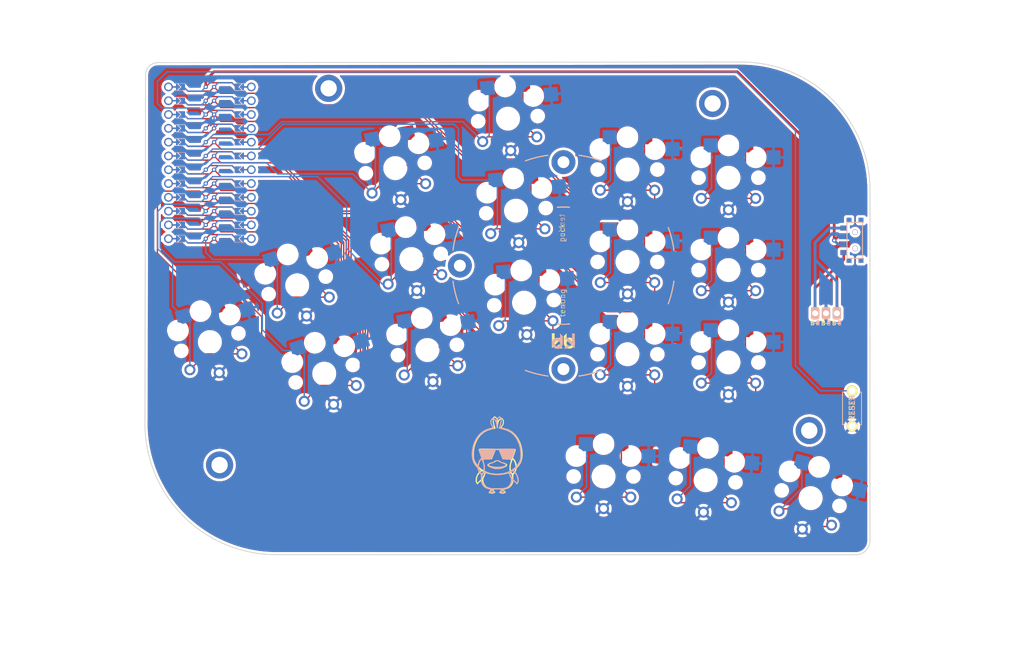
<source format=kicad_pcb>
(kicad_pcb (version 20211014) (generator pcbnew)
  (title_block (title "board") (rev "v1.0.0") (company "Unknown"))
  (layers (0 "F.Cu" signal) (31 "B.Cu" signal) (34 "B.Paste" user) (35 "F.Paste" user) (36 "B.SilkS" user "B.Silkscreen") (37 "F.SilkS" user "F.Silkscreen") (38 "B.Mask" user) (39 "F.Mask" user) (44 "Edge.Cuts" user))
  (net 0 "")
  (net 1 "P6")
  (net 2 "GND")
  (net 3 "P5")
  (net 4 "P4")
  (net 5 "P3")
  (net 6 "P2")
  (net 7 "P0")
  (net 8 "P1")
  (net 9 "P18")
  (net 10 "P15")
  (net 11 "P14")
  (net 12 "P16")
  (net 13 "P10")
  (net 14 "P19")
  (net 15 "P20")
  (net 16 "P21")
  (net 17 "P7")
  (net 18 "P8")
  (net 19 "P9")
  (net 20 "RAW")
  (net 21 "RST")
  (net 22 "VCC")
  (net 23 "Braw")
  (footprint "E73:SPDT_C128955" (layer "F.Cu") (at 157.269 -91.658 -90)
    (fp_text reference "T1" hide)
    (fp_text value "" hide)
  )
  (footprint "lib:bat" (layer "F.Cu") (at 151.924 -78.232)
    (fp_text reference "PAD1" hide)
    (fp_text value "" hide)
  )
  (footprint "kbd:ResetSW" (layer "F.Cu") (at 156.718 -60.706 90)
    (fp_text reference "B1" hide)
    (fp_text value "")
  )
  (footprint "Alaa:key" (layer "F.Cu") (at 72.700438 -104.95283 10)
    (fp_text reference "S11" hide)
    (fp_text value "" hide)
  )
  (footprint "Alaa:key" (layer "F.Cu") (at 94.905133 -97.114167 5)
    (fp_text reference "S15" hide)
    (fp_text value "" hide)
  )
  (footprint "Alaa:key" (layer "F.Cu") (at 115.411087 -87.686017)
    (fp_text reference "S21" hide)
    (fp_text value "" hide)
  )
  (footprint "" (layer "F.Cu") (at 60.452 -119.634)
    (fp_text reference "")
    (fp_text value "")
  )
  (footprint "Alaa:key" (layer "F.Cu") (at 133.985 -103.178)
    (fp_text reference "S29" hide)
    (fp_text value "" hide)
  )
  (footprint "LOGO" (layer "F.Cu") (at 91.44 -50.8)
    (fp_text reference "G***" hide)
    (fp_text value "LOGO" hide)
  )
  (footprint "Alaa:key" (layer "F.Cu") (at 149.098 -44.196 -15)
    (fp_text reference "S33" hide)
    (fp_text value "" hide)
  )
  (footprint "Alaa:key" (layer "F.Cu") (at 78.604476 -71.469366 10)
    (fp_text reference "S7" hide)
    (fp_text value "" hide)
  )
  (footprint "E73:SPDT_C128955" (layer "F.Cu") (at 157.269 -91.658 -90)
    (fp_text reference "T2" hide)
    (fp_text value "" hide)
  )
  (footprint "Alaa:key" (layer "F.Cu") (at 38.599617 -72.921745 17)
    (fp_text reference "S1" hide)
    (fp_text value "" hide)
  )
  (footprint "Alaa:key" (layer "F.Cu") (at 54.663006 -83.366197 17)
    (fp_text reference "S5" hide)
    (fp_text value "" hide)
  )
  (footprint "Alaa:key" (layer "F.Cu") (at 133.985 -86.178)
    (fp_text reference "S27" hide)
    (fp_text value "" hide)
  )
  (footprint "Alaa:key" (layer "F.Cu") (at 75.652457 -88.211098 10)
    (fp_text reference "S9" hide)
    (fp_text value "" hide)
  )
  (footprint "Alaa:key" (layer "F.Cu") (at 96.386781 -80.178857 5)
    (fp_text reference "S13" hide)
    (fp_text value "" hide)
  )
  (footprint "Alaa:key" (layer "F.Cu") (at 93.423486 -114.049477 5)
    (fp_text reference "S17" hide)
    (fp_text value "" hide)
  )
  (footprint "" (layer "F.Cu") (at 40.386 -50.292)
    (fp_text reference "")
    (fp_text value "")
  )
  (footprint "kbd:Tenting_Puck2" (layer "F.Cu") (at 103.632 -86.995)
    (fp_text reference "REF**")
    (fp_text value "Tenting Puck")
  )
  (footprint "" (layer "F.Cu") (at 131.064 -116.84)
    (fp_text reference "")
    (fp_text value "")
  )
  (footprint "Alaa:key" (layer "F.Cu") (at 129.794 -47.498 -4)
    (fp_text reference "S31" hide)
    (fp_text value "" hide)
  )
  (footprint "Alaa:key" (layer "F.Cu") (at 59.633325 -67.109016 17)
    (fp_text reference "S3" hide)
    (fp_text value "" hide)
  )
  (footprint "" (layer "F.Cu") (at 148.844 -56.642)
    (fp_text reference "")
    (fp_text value "")
  )
  (footprint "Alaa:key" (layer "F.Cu") (at 115.411087 -104.686017)
    (fp_text reference "S23" hide)
    (fp_text value "" hide)
  )
  (footprint "Alaa:key" (layer "F.Cu") (at 133.985 -69.178)
    (fp_text reference "S25" hide)
    (fp_text value "" hide)
  )
  (footprint "Alaa:key" (layer "F.Cu") (at 115.411087 -70.686017)
    (fp_text reference "S19" hide)
    (fp_text value "" hide)
  )
  (footprint "Alaa:key" (layer "F.Cu") (at 111.010319 -48.188382)
    (fp_text reference "S31" hide)
    (fp_text value "" hide)
  )
  (footprint "LOGO" (layer "B.Cu") (at 91.44 -50.8 180)
    (fp_text reference "G***" hide)
    (fp_text value "LOGO" hide)
  )
  (footprint "ProMicro" (layer "B.Cu") (at 38.608 -105.918 -90)
    (fp_text reference "")
    (fp_text value "")
  )
  (gr_line (start 136.378 -124.477905) (end 29.048446 -124.367554) (layer "Edge.Cuts") (width 0.15))
  (gr_line (start 26.67 -58.928) (end 26.762446 -122.081554) (layer "Edge.Cuts") (width 0.15))
  (gr_arc (start 136.378 -124.477905) (mid 153.005122 -117.643705) (end 160.02 -101.092) (layer "Edge.Cuts") (width 0.15))
  (gr_arc (start 50.292 -33.794081) (mid 33.209738 -41.406869) (end 26.67 -58.928) (layer "Edge.Cuts") (width 0.15))
  (gr_arc (start 160.00102 -36.322) (mid 159.230194 -34.525146) (end 157.426728 -33.769919) (layer "Edge.Cuts") (width 0.15))
  (gr_line (start 160.00102 -36.322) (end 160.02 -101.092) (layer "Edge.Cuts") (width 0.15))
  (gr_line (start 157.426728 -33.769919) (end 50.292 -33.794081) (layer "Edge.Cuts") (width 0.15))
  (gr_arc (start 26.762446 -122.081554) (mid 27.432 -123.698) (end 29.048446 -124.367554) (layer "Edge.Cuts") (width 0.15))
  (segment (start 118.536566 -76.486496) (end 118.536566 -68.760538) (width 0.25) (layer "F.Cu") (net 1))
  (segment (start 67.64256 -67.868594) (end 73.906114 -61.60504) (width 0.25) (layer "F.Cu") (net 1))
  (segment (start 63.672973 -83.522181) (end 64.008 -83.187154) (width 0.25) (layer "F.Cu") (net 1))
  (segment (start 64.008 -83.187151) (end 67.64256 -79.552591) (width 0.25) (layer "F.Cu") (net 1))
  (segment (start 119.77104 -61.60504) (end 120.411087 -62.245087) (width 0.25) (layer "F.Cu") (net 1))
  (segment (start 40.494511 -98.443489) (end 56.747639 -98.443489) (width 0.25) (layer "F.Cu") (net 1))
  (segment (start 120.411087 -62.245087) (end 120.411087 -66.886017) (width 0.25) (layer "F.Cu") (net 1))
  (segment (start 73.906114 -61.60504) (end 119.77104 -61.60504) (width 0.25) (layer "F.Cu") (net 1))
  (segment (start 118.536566 -68.760538) (end 120.411087 -66.886017) (width 0.25) (layer "F.Cu") (net 1))
  (segment (start 118.686087 -76.636017) (end 118.536566 -76.486496) (width 0.25) (layer "F.Cu") (net 1))
  (segment (start 39.37 -99.568) (end 40.494511 -98.443489) (width 0.25) (layer "F.Cu") (net 1))
  (segment (start 64.008 -83.187154) (end 64.008 -83.187151) (width 0.25) (layer "F.Cu") (net 1))
  (segment (start 56.747639 -98.443489) (end 63.672973 -91.518155) (width 0.25) (layer "F.Cu") (net 1))
  (segment (start 67.64256 -79.552591) (end 67.64256 -67.868594) (width 0.25) (layer "F.Cu") (net 1))
  (segment (start 63.672973 -91.518155) (end 63.672973 -83.522181) (width 0.25) (layer "F.Cu") (net 1))
  (segment (start 120.411087 -66.886017) (end 110.411087 -66.886017) (width 0.25) (layer "F.Cu") (net 1))
  (segment (start 112.285608 -77.029475) (end 112.285608 -68.760538) (width 0.25) (layer "B.Cu") (net 1))
  (segment (start 112.285608 -68.760538) (end 110.411087 -66.886017) (width 0.25) (layer "B.Cu") (net 1))
  (segment (start 63.899973 -112.884027) (end 63.899973 -107.20892) (width 0.25) (layer "F.Cu") (net 2))
  (segment (start 39.37 -114.808) (end 40.64 -113.538) (width 0.25) (layer "F.Cu") (net 2))
  (segment (start 50.499075 -113.538) (end 52.531075 -115.57) (width 0.25) (layer "F.Cu") (net 2))
  (segment (start 52.531075 -115.57) (end 61.214 -115.57) (width 0.25) (layer "F.Cu") (net 2))
  (segment (start 61.214 -115.57) (end 63.899973 -112.884027) (width 0.25) (layer "F.Cu") (net 2))
  (segment (start 40.64 -113.538) (end 50.499075 -113.538) (width 0.25) (layer "F.Cu") (net 2))
  (segment (start 37.846 -116.332) (end 39.37 -114.808) (width 0.25) (layer "B.Cu") (net 2))
  (segment (start 37.846 -117.348) (end 37.846 -116.332) (width 0.25) (layer "B.Cu") (net 2))
  (segment (start 39.37 -114.808) (end 39.37 -112.268) (width 0.25) (layer "B.Cu") (net 2))
  (segment (start 85.852 -76.834282) (end 85.852 -70.258959) (width 0.25) (layer "F.Cu") (net 3))
  (segment (start 85.852 -70.258959) (end 84.188378 -68.595337) (width 0.25) (layer "F.Cu") (net 3))
  (segment (start 64.122493 -91.704353) (end 64.122493 -83.708379) (width 0.25) (layer "F.Cu") (net 3))
  (segment (start 80.796515 -71.9872) (end 84.188378 -68.595337) (width 0.25) (layer "F.Cu") (net 3))
  (segment (start 40.64 -100.838) (end 54.988846 -100.838) (width 0.25) (layer "F.Cu") (net 3))
  (segment (start 84.188378 -68.595337) (end 76.076781 -68.595337) (width 0.25) (layer "F.Cu") (net 3))
  (segment (start 80.796515 -77.89767) (end 80.796515 -71.9872) (width 0.25) (layer "F.Cu") (net 3))
  (segment (start 76.076781 -68.595337) (end 74.3403 -66.858856) (width 0.25) (layer "F.Cu") (net 3))
  (segment (start 82.617802 -80.06848) (end 85.852 -76.834282) (width 0.25) (layer "F.Cu") (net 3))
  (segment (start 54.988846 -100.838) (end 64.122493 -91.704353) (width 0.25) (layer "F.Cu") (net 3))
  (segment (start 64.122493 -83.708379) (end 67.762393 -80.06848) (width 0.25) (layer "F.Cu") (net 3))
  (segment (start 67.762393 -80.06848) (end 82.617802 -80.06848) (width 0.25) (layer "F.Cu") (net 3))
  (segment (start 39.37 -102.108) (end 40.64 -100.838) (width 0.25) (layer "F.Cu") (net 3))
  (segment (start 74.346024 -76.760274) (end 74.903778 -76.20252) (width 0.25) (layer "B.Cu") (net 3))
  (segment (start 74.903778 -76.20252) (end 74.903778 -67.422334) (width 0.25) (layer "B.Cu") (net 3))
  (segment (start 92.608557 -76.829096) (end 91.736999 -75.957538) (width 0.25) (layer "F.Cu") (net 4))
  (segment (start 100.584 -72.39) (end 101.698946 -73.504946) (width 0.25) (layer "F.Cu") (net 4))
  (segment (start 101.698946 -76.829096) (end 99.130742 -79.3973) (width 0.25) (layer "F.Cu") (net 4))
  (segment (start 99.130742 -79.3973) (end 99.130742 -86.391651) (width 0.25) (layer "F.Cu") (net 4))
  (segment (start 101.698946 -73.504946) (end 101.698946 -76.829096) (width 0.25) (layer "F.Cu") (net 4))
  (segment (start 67.94859 -80.518) (end 82.804 -80.518) (width 0.25) (layer "F.Cu") (net 4))
  (segment (start 39.37 -104.648) (end 40.64 -103.378) (width 0.25) (layer "F.Cu") (net 4))
  (segment (start 40.64 -103.378) (end 53.084564 -103.378) (width 0.25) (layer "F.Cu") (net 4))
  (segment (start 53.084564 -103.378) (end 64.572013 -91.890551) (width 0.25) (layer "F.Cu") (net 4))
  (segment (start 101.698946 -76.829096) (end 92.608557 -76.829096) (width 0.25) (layer "F.Cu") (net 4))
  (segment (start 64.572013 -83.894577) (end 67.94859 -80.518) (width 0.25) (layer "F.Cu") (net 4))
  (segment (start 64.572013 -91.890551) (end 64.572013 -83.894577) (width 0.25) (layer "F.Cu") (net 4))
  (segment (start 90.932 -72.39) (end 100.584 -72.39) (width 0.25) (layer "F.Cu") (net 4))
  (segment (start 82.804 -80.518) (end 90.932 -72.39) (width 0.25) (layer "F.Cu") (net 4))
  (segment (start 92.605667 -85.82078) (end 92.953494 -85.472953) (width 0.25) (layer "B.Cu") (net 4))
  (segment (start 92.953494 -77.174033) (end 91.736999 -75.957538) (width 0.25) (layer "B.Cu") (net 4))
  (segment (start 92.953494 -85.472953) (end 92.953494 -77.174033) (width 0.25) (layer "B.Cu") (net 4))
  (segment (start 40.64 -105.918) (end 51.180282 -105.918) (width 0.25) (layer "F.Cu") (net 5))
  (segment (start 135.117538 -78.510538) (end 138.985 -82.378) (width 0.25) (layer "F.Cu") (net 5))
  (segment (start 137.110479 -84.252521) (end 137.110479 -91.978479) (width 0.25) (layer "F.Cu") (net 5))
  (segment (start 39.37 -107.188) (end 40.64 -105.918) (width 0.25) (layer "F.Cu") (net 5))
  (segment (start 51.180282 -105.918) (end 60.519802 -96.57848) (width 0.25) (layer "F.Cu") (net 5))
  (segment (start 138.985 -82.378) (end 137.110479 -84.252521) (width 0.25) (layer "F.Cu") (net 5))
  (segment (start 137.110479 -91.978479) (end 137.26 -92.128) (width 0.25) (layer "F.Cu") (net 5))
  (segment (start 101.6 -88.646) (end 111.735462 -78.510538) (width 0.25) (layer "F.Cu") (net 5))
  (segment (start 60.519802 -96.57848) (end 81.72952 -96.57848) (width 0.25) (layer "F.Cu") (net 5))
  (segment (start 81.72952 -96.57848) (end 89.662 -88.646) (width 0.25) (layer "F.Cu") (net 5))
  (segment (start 111.735462 -78.510538) (end 135.117538 -78.510538) (width 0.25) (layer "F.Cu") (net 5))
  (segment (start 128.985 -82.378) (end 138.985 -82.378) (width 0.25) (layer "F.Cu") (net 5))
  (segment (start 89.662 -88.646) (end 101.6 -88.646) (width 0.25) (layer "F.Cu") (net 5))
  (segment (start 130.71 -92.128) (end 130.859521 -91.978479) (width 0.25) (layer "B.Cu") (net 5))
  (segment (start 130.859521 -91.978479) (end 130.859521 -84.252521) (width 0.25) (layer "B.Cu") (net 5))
  (segment (start 130.859521 -84.252521) (end 128.985 -82.378) (width 0.25) (layer "B.Cu") (net 5))
  (segment (start 118.536566 -85.760538) (end 120.411087 -83.886017) (width 0.25) (layer "F.Cu") (net 6))
  (segment (start 110.411087 -83.886017) (end 120.411087 -83.886017) (width 0.25) (layer "F.Cu") (net 6))
  (segment (start 118.536566 -93.486496) (end 118.536566 -85.760538) (width 0.25) (layer "F.Cu") (net 6))
  (segment (start 49.276 -108.458) (end 60.706 -97.028) (width 0.25) (layer "F.Cu") (net 6))
  (segment (start 89.848198 -89.09552) (end 101.786198 -89.09552) (width 0.25) (layer "F.Cu") (net 6))
  (segment (start 120.411087 -80.787087) (end 120.411087 -83.886017) (width 0.25) (layer "F.Cu") (net 6))
  (segment (start 118.686087 -93.636017) (end 118.536566 -93.486496) (width 0.25) (layer "F.Cu") (net 6))
  (segment (start 40.64 -108.458) (end 49.276 -108.458) (width 0.25) (layer "F.Cu") (net 6))
  (segment (start 118.584058 -78.960058) (end 120.411087 -80.787087) (width 0.25) (layer "F.Cu") (net 6))
  (segment (start 101.786198 -89.09552) (end 111.92166 -78.960058) (width 0.25) (layer "F.Cu") (net 6))
  (segment (start 39.37 -109.728) (end 40.64 -108.458) (width 0.25) (layer "F.Cu") (net 6))
  (segment (start 111.92166 -78.960058) (end 118.584058 -78.960058) (width 0.25) (layer "F.Cu") (net 6))
  (segment (start 60.706 -97.028) (end 81.915718 -97.028) (width 0.25) (layer "F.Cu") (net 6))
  (segment (start 81.915718 -97.028) (end 89.848198 -89.09552) (width 0.25) (layer "F.Cu") (net 6))
  (segment (start 112.285608 -94.029475) (end 112.285608 -85.760538) (width 0.25) (layer "B.Cu") (net 6))
  (segment (start 112.285608 -85.760538) (end 110.411087 -83.886017) (width 0.25) (layer "B.Cu") (net 6))
  (segment (start 137.110479 -101.252521) (end 137.110479 -108.978479) (width 0.25) (layer "F.Cu") (net 7))
  (segment (start 39.37 -117.348) (end 40.64 -116.078) (width 0.25) (layer "F.Cu") (net 7))
  (segment (start 98.806 -106.172) (end 109.374877 -95.603123) (width 0.25) (layer "F.Cu") (net 7))
  (segment (start 128.985 -99.378) (end 138.985 -99.378) (width 0.25) (layer "F.Cu") (net 7))
  (segment (start 137.110479 -108.978479) (end 137.26 -109.128) (width 0.25) (layer "F.Cu") (net 7))
  (segment (start 138.985 -99.378) (end 137.110479 -101.252521) (width 0.25) (layer "F.Cu") (net 7))
  (segment (start 86.106 -106.172) (end 98.806 -106.172) (width 0.25) (layer "F.Cu") (net 7))
  (segment (start 109.374877 -95.603123) (end 135.210123 -95.603123) (width 0.25) (layer "F.Cu") (net 7))
  (segment (start 40.64 -116.078) (end 76.2 -116.078) (width 0.25) (layer "F.Cu") (net 7))
  (segment (start 76.2 -116.078) (end 86.106 -106.172) (width 0.25) (layer "F.Cu") (net 7))
  (segment (start 135.210123 -95.603123) (end 138.985 -99.378) (width 0.25) (layer "F.Cu") (net 7))
  (segment (start 130.859521 -101.252521) (end 128.985 -99.378) (width 0.25) (layer "B.Cu") (net 7))
  (segment (start 130.71 -109.128) (end 130.859521 -108.978479) (width 0.25) (layer "B.Cu") (net 7))
  (segment (start 130.859521 -108.978479) (end 130.859521 -101.252521) (width 0.25) (layer "B.Cu") (net 7))
  (segment (start 109.561075 -96.052643) (end 118.404643 -96.052643) (width 0.25) (layer "F.Cu") (net 8))
  (segment (start 118.536566 -110.486496) (end 118.536566 -102.760538) (width 0.25) (layer "F.Cu") (net 8))
  (segment (start 39.37 -119.888) (end 40.538189 -118.719811) (width 0.25) (layer "F.Cu") (net 8))
  (segment (start 98.992198 -106.62152) (end 109.561075 -96.052643) (width 0.25) (layer "F.Cu") (net 8))
  (segment (start 120.411087 -98.059087) (end 120.411087 -100.886017) (width 0.25) (layer "F.Cu") (net 8))
  (segment (start 120.411087 -100.886017) (end 110.411087 -100.886017) (width 0.25) (layer "F.Cu") (net 8))
  (segment (start 40.538189 -118.719811) (end 50.190189 -118.719811) (width 0.25) (layer "F.Cu") (net 8))
  (segment (start 118.686087 -110.636017) (end 118.536566 -110.486496) (width 0.25) (layer "F.Cu") (net 8))
  (segment (start 52.324 -116.586) (end 76.327718 -116.586) (width 0.25) (layer "F.Cu") (net 8))
  (segment (start 50.190189 -118.719811) (end 52.324 -116.586) (width 0.25) (layer "F.Cu") (net 8))
  (segment (start 86.292198 -106.62152) (end 98.992198 -106.62152) (width 0.25) (layer "F.Cu") (net 8))
  (segment (start 76.327718 -116.586) (end 86.292198 -106.62152) (width 0.25) (layer "F.Cu") (net 8))
  (segment (start 118.404643 -96.052643) (end 120.411087 -98.059087) (width 0.25) (layer "F.Cu") (net 8))
  (segment (start 118.536566 -102.760538) (end 120.411087 -100.886017) (width 0.25) (layer "F.Cu") (net 8))
  (segment (start 112.285608 -102.760538) (end 110.411087 -100.886017) (width 0.25) (layer "B.Cu") (net 8))
  (segment (start 112.285608 -111.029475) (end 112.285608 -102.760538) (width 0.25) (layer "B.Cu") (net 8))
  (segment (start 77.844496 -88.728932) (end 81.236359 -85.337069) (width 0.25) (layer "F.Cu") (net 9))
  (segment (start 77.844496 -94.639402) (end 77.844496 -88.728932) (width 0.25) (layer "F.Cu") (net 9))
  (segment (start 81.236359 -85.337069) (end 73.124762 -85.337069) (width 0.25) (layer "F.Cu") (net 9))
  (segment (start 73.124762 -85.337069) (end 71.388281 -83.600588) (width 0.25) (layer "F.Cu") (net 9))
  (segment (start 71.951759 -84.164066) (end 71.388281 -83.600588) (width 0.25) (layer "B.Cu") (net 9))
  (segment (start 39.126568 -103.388568) (end 58.409432 -103.388568) (width 0.25) (layer "B.Cu") (net 9))
  (segment (start 71.951759 -92.944252) (end 71.951759 -84.164066) (width 0.25) (layer "B.Cu") (net 9))
  (segment (start 37.846 -102.108) (end 39.126568 -103.388568) (width 0.25) (layer "B.Cu") (net 9))
  (segment (start 70.323412 -83.600588) (end 71.388281 -83.600588) (width 0.25) (layer "B.Cu") (net 9))
  (segment (start 63.754 -90.17) (end 70.323412 -83.600588) (width 0.25) (layer "B.Cu") (net 9))
  (segment (start 58.409432 -103.388568) (end 63.754 -98.044) (width 0.25) (layer "B.Cu") (net 9))
  (segment (start 71.394005 -93.502006) (end 71.951759 -92.944252) (width 0.25) (layer "B.Cu") (net 9))
  (segment (start 63.754 -98.044) (end 63.754 -90.17) (width 0.25) (layer "B.Cu") (net 9))
  (segment (start 41.529 -84.201) (end 48.133 -77.597) (width 0.25) (layer "F.Cu") (net 10))
  (segment (start 114.285318 -54.138381) (end 114.285318 -46.113383) (width 0.25) (layer "F.Cu") (net 10))
  (segment (start 34.036 -84.201) (end 41.529 -84.201) (width 0.25) (layer "F.Cu") (net 10))
  (segment (start 37.846 -99.568) (end 36.703 -100.711) (width 0.25) (layer "F.Cu") (net 10))
  (segment (start 113.284 -59.69) (end 114.285318 -58.688682) (width 0.25) (layer "F.Cu") (net 10))
  (segment (start 29.845 -100.711) (end 28.956 -99.822) (width 0.25) (layer "F.Cu") (net 10))
  (segment (start 28.956 -89.281) (end 34.036 -84.201) (width 0.25) (layer "F.Cu") (net 10))
  (segment (start 48.133 -61.341) (end 49.784 -59.69) (width 0.25) (layer "F.Cu") (net 10))
  (segment (start 48.133 -77.597) (end 48.133 -61.341) (width 0.25) (layer "F.Cu") (net 10))
  (segment (start 36.703 -100.711) (end 29.845 -100.711) (width 0.25) (layer "F.Cu") (net 10))
  (segment (start 114.285318 -46.113383) (end 116.010319 -44.388382) (width 0.25) (layer "F.Cu") (net 10))
  (segment (start 28.956 -99.822) (end 28.956 -89.281) (width 0.25) (layer "F.Cu") (net 10))
  (segment (start 114.285318 -58.688682) (end 114.285318 -54.138381) (width 0.25) (layer "F.Cu") (net 10))
  (segment (start 116.010319 -44.388382) (end 106.010319 -44.388382) (width 0.25) (layer "F.Cu") (net 10))
  (segment (start 49.784 -59.69) (end 113.284 -59.69) (width 0.25) (layer "F.Cu") (net 10))
  (segment (start 107.88484 -53.98886) (end 107.88484 -46.262903) (width 0.25) (layer "B.Cu") (net 10))
  (segment (start 107.735318 -54.138382) (end 107.88484 -53.98886) (width 0.25) (layer "B.Cu") (net 10))
  (segment (start 107.88484 -46.262903) (end 106.010319 -44.388382) (width 0.25) (layer "B.Cu") (net 10))
  (segment (start 37.852823 -70.749645) (end 34.929106 -67.825928) (width 0.25) (layer "F.Cu") (net 11))
  (segment (start 44.492153 -70.749645) (end 37.852823 -70.749645) (width 0.25) (layer "F.Cu") (net 11))
  (segment (start 39.991903 -79.569276) (end 39.991903 -75.249895) (width 0.25) (layer "F.Cu") (net 11))
  (segment (start 39.991903 -75.249895) (end 44.492153 -70.749645) (width 0.25) (layer "F.Cu") (net 11))
  (segment (start 31.75 -79.47019) (end 31.75 -87.374564) (width 0.25) (layer "B.Cu") (net 11))
  (segment (start 36.576 -98.298) (end 37.846 -97.028) (width 0.25) (layer "B.Cu") (net 11))
  (segment (start 29.01448 -96.977969) (end 30.334511 -98.298) (width 0.25) (layer "B.Cu") (net 11))
  (segment (start 34.929106 -76.453241) (end 33.728106 -77.654241) (width 0.25) (layer "B.Cu") (net 11))
  (segment (start 34.929106 -67.825928) (end 34.929106 -76.453241) (width 0.25) (layer "B.Cu") (net 11))
  (segment (start 31.75 -87.374564) (end 29.01448 -90.110084) (width 0.25) (layer "B.Cu") (net 11))
  (segment (start 33.199433 -78.020757) (end 31.75 -79.47019) (width 0.25) (layer "B.Cu") (net 11))
  (segment (start 30.334511 -98.298) (end 36.576 -98.298) (width 0.25) (layer "B.Cu") (net 11))
  (segment (start 29.01448 -90.110084) (end 29.01448 -96.977969) (width 0.25) (layer "B.Cu") (net 11))
  (segment (start 61.025611 -69.437166) (end 65.525861 -64.936916) (width 0.25) (layer "F.Cu") (net 12))
  (segment (start 65.525861 -64.936916) (end 58.886531 -64.936916) (width 0.25) (layer "F.Cu") (net 12))
  (segment (start 58.886531 -64.936916) (end 55.962814 -62.013199) (width 0.25) (layer "F.Cu") (net 12))
  (segment (start 61.025611 -73.756547) (end 61.025611 -69.437166) (width 0.25) (layer "F.Cu") (net 12))
  (segment (start 40.590374 -87.679626) (end 32.080656 -87.679626) (width 0.25) (layer "B.Cu") (net 12))
  (segment (start 36.576 -95.758) (end 37.846 -94.488) (width 0.25) (layer "B.Cu") (net 12))
  (segment (start 54.233141 -71.358455) (end 52.085545 -71.358455) (width 0.25) (layer "B.Cu") (net 12))
  (segment (start 30.226 -95.758) (end 36.576 -95.758) (width 0.25) (layer "B.Cu") (net 12))
  (segment (start 55.962814 -62.013199) (end 55.962814 -70.640512) (width 0.25) (layer "B.Cu") (net 12))
  (segment (start 29.464 -94.996) (end 30.226 -95.758) (width 0.25) (layer "B.Cu") (net 12))
  (segment (start 32.080656 -87.679626) (end 29.464 -90.296282) (width 0.25) (layer "B.Cu") (net 12))
  (segment (start 48.26 -75.184) (end 48.26 -80.01) (width 0.25) (layer "B.Cu") (net 12))
  (segment (start 52.085545 -71.358455) (end 48.26 -75.184) (width 0.25) (layer "B.Cu") (net 12))
  (segment (start 55.962814 -70.640512) (end 54.761814 -71.841512) (width 0.25) (layer "B.Cu") (net 12))
  (segment (start 29.464 -90.296282) (end 29.464 -94.996) (width 0.25) (layer "B.Cu") (net 12))
  (segment (start 48.26 -80.01) (end 40.590374 -87.679626) (width 0.25) (layer "B.Cu") (net 12))
  (segment (start 60.555542 -81.194097) (end 53.916212 -81.194097) (width 0.25) (layer "F.Cu") (net 13))
  (segment (start 56.055292 -90.013728) (end 56.055292 -85.694347) (width 0.25) (layer "F.Cu") (net 13))
  (segment (start 53.916212 -81.194097) (end 50.992495 -78.27038) (width 0.25) (layer "F.Cu") (net 13))
  (segment (start 56.055292 -85.694347) (end 60.555542 -81.194097) (width 0.25) (layer "F.Cu") (net 13))
  (segment (start 49.262822 -87.615636) (end 48.749312 -88.129146) (width 0.25) (layer "B.Cu") (net 13))
  (segment (start 50.992495 -86.897693) (end 49.791495 -88.098693) (width 0.25) (layer "B.Cu") (net 13))
  (segment (start 39.124854 -88.129146) (end 37.846 -89.408) (width 0.25) (layer "B.Cu") (net 13))
  (segment (start 50.992495 -78.27038) (end 50.992495 -86.897693) (width 0.25) (layer "B.Cu") (net 13))
  (segment (start 48.749312 -88.129146) (end 39.124854 -88.129146) (width 0.25) (layer "B.Cu") (net 13))
  (segment (start 37.846 -89.408) (end 37.846 -91.948) (width 0.25) (layer "B.Cu") (net 13))
  (segment (start 70.172743 -102.078801) (end 68.436262 -100.34232) (width 0.25) (layer "F.Cu") (net 14))
  (segment (start 74.892477 -111.381134) (end 74.892477 -105.470664) (width 0.25) (layer "F.Cu") (net 14))
  (segment (start 78.28434 -102.078801) (end 70.172743 -102.078801) (width 0.25) (layer "F.Cu") (net 14))
  (segment (start 74.892477 -105.470664) (end 78.28434 -102.078801) (width 0.25) (layer "F.Cu") (net 14))
  (segment (start 51.070276 -103.869724) (end 64.908858 -103.869724) (width 0.25) (layer "B.Cu") (net 14))
  (segment (start 49.022 -105.918) (end 51.070276 -103.869724) (width 0.25) (layer "B.Cu") (net 14))
  (segment (start 39.116 -105.918) (end 49.022 -105.918) (width 0.25) (layer "B.Cu") (net 14))
  (segment (start 67.847017 -110.243738) (end 69.044359 -109.046396) (width 0.25) (layer "B.Cu") (net 14))
  (segment (start 64.908858 -103.869724) (end 68.436262 -100.34232) (width 0.25) (layer "B.Cu") (net 14))
  (segment (start 37.846 -104.648) (end 39.116 -105.918) (width 0.25) (layer "B.Cu") (net 14))
  (segment (start 69.044359 -101.545386) (end 67.841293 -100.34232) (width 0.25) (layer "B.Cu") (net 14))
  (segment (start 69.044359 -109.046396) (end 69.044359 -101.545386) (width 0.25) (layer "B.Cu") (net 14))
  (segment (start 100.217298 -93.764406) (end 91.126909 -93.764406) (width 0.25) (layer "F.Cu") (net 15))
  (segment (start 97.649094 -96.33261) (end 100.217298 -93.764406) (width 0.25) (layer "F.Cu") (net 15))
  (segment (start 97.649094 -103.326961) (end 97.649094 -96.33261) (width 0.25) (layer "F.Cu") (net 15))
  (segment (start 91.126909 -93.764406) (end 90.255351 -92.892848) (width 0.25) (layer "F.Cu") (net 15))
  (segment (start 84.94991 -102.75609) (end 91.124019 -102.75609) (width 0.25) (layer "B.Cu") (net 15))
  (segment (start 47.429021 -108.459761) (end 51.99926 -113.03) (width 0.25) (layer "B.Cu") (net 15))
  (segment (start 91.471846 -94.109343) (end 90.255351 -92.892848) (width 0.25) (layer "B.Cu") (net 15))
  (segment (start 91.471846 -102.408263) (end 91.471846 -94.109343) (width 0.25) (layer "B.Cu") (net 15))
  (segment (start 84.328 -103.378) (end 84.94991 -102.75609) (width 0.25) (layer "B.Cu") (net 15))
  (segment (start 84.328 -112.204141) (end 84.328 -103.378) (width 0.25) (layer "B.Cu") (net 15))
  (segment (start 39.117761 -108.459761) (end 47.429021 -108.459761) (width 0.25) (layer "B.Cu") (net 15))
  (segment (start 51.99926 -113.03) (end 83.502141 -113.03) (width 0.25) (layer "B.Cu") (net 15))
  (segment (start 37.846 -107.188) (end 39.117761 -108.459761) (width 0.25) (layer "B.Cu") (net 15))
  (segment (start 83.502141 -113.03) (end 84.328 -112.204141) (width 0.25) (layer "B.Cu") (net 15))
  (segment (start 91.124019 -102.75609) (end 91.471846 -102.408263) (width 0.25) (layer "B.Cu") (net 15))
  (segment (start 96.167447 -120.262271) (end 96.167447 -113.26792) (width 0.25) (layer "F.Cu") (net 16))
  (segment (start 89.645262 -110.699716) (end 88.773704 -109.828158) (width 0.25) (layer "F.Cu") (net 16))
  (segment (start 98.735651 -110.699716) (end 89.645262 -110.699716) (width 0.25) (layer "F.Cu") (net 16))
  (segment (start 96.167447 -113.26792) (end 98.735651 -110.699716) (width 0.25) (layer "F.Cu") (net 16))
  (segment (start 37.846 -109.728) (end 39.261489 -111.143489) (width 0.25) (layer "B.Cu") (net 16))
  (segment (start 49.477031 -111.143489) (end 51.813062 -113.47952) (width 0.25) (layer "B.Cu") (net 16))
  (segment (start 51.813062 -113.47952) (end 85.122342 -113.47952) (width 0.25) (layer "B.Cu") (net 16))
  (segment (start 89.990199 -111.044653) (end 88.773704 -109.828158) (width 0.25) (layer "B.Cu") (net 16))
  (segment (start 89.990199 -119.343573) (end 89.990199 -111.044653) (width 0.25) (layer "B.Cu") (net 16))
  (segment (start 39.261489 -111.143489) (end 49.477031 -111.143489) (width 0.25) (layer "B.Cu") (net 16))
  (segment (start 85.122342 -113.47952) (end 88.773704 -109.828158) (width 0.25) (layer "B.Cu") (net 16))
  (segment (start 89.642372 -119.6914) (end 89.990199 -119.343573) (width 0.25) (layer "B.Cu") (net 16))
  (segment (start 63.223453 -83.335983) (end 67.19304 -79.366394) (width 0.25) (layer "F.Cu") (net 17))
  (segment (start 40.64 -95.758) (end 58.79741 -95.758) (width 0.25) (layer "F.Cu") (net 17))
  (segment (start 138.37152 -61.15552) (end 138.985 -61.769) (width 0.25) (layer "F.Cu") (net 17))
  (segment (start 67.19304 -79.366394) (end 67.19304 -67.682396) (width 0.25) (layer "F.Cu") (net 17))
  (segment (start 73.719916 -61.15552) (end 138.37152 -61.15552) (width 0.25) (layer "F.Cu") (net 17))
  (segment (start 39.37 -97.028) (end 40.64 -95.758) (width 0.25) (layer "F.Cu") (net 17))
  (segment (start 138.985 -65.378) (end 128.985 -65.378) (width 0.25) (layer "F.Cu") (net 17))
  (segment (start 137.110479 -74.978479) (end 137.26 -75.128) (width 0.25) (layer "F.Cu") (net 17))
  (segment (start 137.110479 -67.252521) (end 137.110479 -74.978479) (width 0.25) (layer "F.Cu") (net 17))
  (segment (start 58.79741 -95.758) (end 63.223453 -91.331957) (width 0.25) (layer "F.Cu") (net 17))
  (segment (start 67.19304 -67.682396) (end 73.719916 -61.15552) (width 0.25) (layer "F.Cu") (net 17))
  (segment (start 138.985 -61.769) (end 138.985 -65.378) (width 0.25) (layer "F.Cu") (net 17))
  (segment (start 63.223453 -91.331957) (end 63.223453 -83.335983) (width 0.25) (layer "F.Cu") (net 17))
  (segment (start 138.985 -65.378) (end 137.110479 -67.252521) (width 0.25) (layer "F.Cu") (net 17))
  (segment (start 130.859521 -74.978479) (end 130.859521 -67.252521) (width 0.25) (layer "B.Cu") (net 17))
  (segment (start 130.859521 -67.252521) (end 128.985 -65.378) (width 0.25) (layer "B.Cu") (net 17))
  (segment (start 130.71 -75.128) (end 130.859521 -74.978479) (width 0.25) (layer "B.Cu") (net 17))
  (segment (start 149.871436 -38.975189) (end 146.615755 -42.23087) (width 0.25) (layer "F.Cu") (net 18))
  (segment (start 153.316936 -60.043064) (end 153.316936 -50.207741) (width 0.25) (layer "F.Cu") (net 18))
  (segment (start 152.654 -60.706) (end 153.316936 -60.043064) (width 0.25) (layer "F.Cu") (net 18))
  (segment (start 66.74352 -67.496198) (end 73.533718 -60.706) (width 0.25) (layer "F.Cu") (net 18))
  (segment (start 154.131704 -48.7556) (end 152.198767 -46.822663) (width 0.25) (layer "F.Cu") (net 18))
  (segment (start 60.701692 -93.218) (end 62.773933 -91.145759) (width 0.25) (layer "F.Cu") (net 18))
  (segment (start 62.773933 -83.149785) (end 66.74352 -79.180197) (width 0.25) (layer "F.Cu") (net 18))
  (segment (start 62.773933 -91.145759) (end 62.773933 -83.149785) (width 0.25) (layer "F.Cu") (net 18))
  (segment (start 152.588434 -38.975189) (end 149.871436 -38.975189) (width 0.25) (layer "F.Cu") (net 18))
  (segment (start 73.533718 -60.706) (end 152.654 -60.706) (width 0.25) (layer "F.Cu") (net 18))
  (segment (start 39.37 -94.488) (end 40.64 -93.218) (width 0.25) (layer "F.Cu") (net 18))
  (segment (start 152.198767 -39.364856) (end 152.588434 -38.975189) (width 0.25) (layer "F.Cu") (net 18))
  (segment (start 66.74352 -79.180197) (end 66.74352 -67.496198) (width 0.25) (layer "F.Cu") (net 18))
  (segment (start 152.198767 -46.822663) (end 152.198767 -39.364856) (width 0.25) (layer "F.Cu") (net 18))
  (segment (start 146.615755 -42.23087) (end 143.133249 -42.23087) (width 0.25) (layer "F.Cu") (net 18))
  (segment (start 40.64 -93.218) (end 60.701692 -93.218) (width 0.25) (layer "F.Cu") (net 18))
  (segment (start 147.474565 -46.009284) (end 143.284858 -41.819577) (width 0.25) (layer "B.Cu") (net 18))
  (segment (start 147.474565 -50.790891) (end 147.474565 -46.009284) (width 0.25) (layer "B.Cu") (net 18))
  (segment (start 62.324413 -82.963587) (end 62.324413 -90.959561) (width 0.25) (layer "F.Cu") (net 19))
  (segment (start 48.006 -90.17) (end 41.148 -90.17) (width 0.25) (layer "F.Cu") (net 19))
  (segment (start 41.148 -90.17) (end 39.37 -91.948) (width 0.25) (layer "F.Cu") (net 19))
  (segment (start 73.347521 -60.25648) (end 66.294 -67.31) (width 0.25) (layer "F.Cu") (net 19))
  (segment (start 133.476072 -53.205053) (end 133.604 -53.332981) (width 0.25) (layer "F.Cu") (net 19))
  (segment (start 66.294 -78.994) (end 62.324413 -82.963587) (width 0.25) (layer "F.Cu") (net 19))
  (segment (start 133.476072 -53.205053) (end 133.168886 -52.897867) (width 0.25) (layer "F.Cu") (net 19))
  (segment (start 133.168886 -52.897867) (end 133.168886 -44.706334) (width 0.25) (layer "F.Cu") (net 19))
  (segment (start 125.23867 -43.358474) (end 124.541105 -44.056039) (width 0.25) (layer "F.Cu") (net 19))
  (segment (start 60.573974 -92.71) (end 50.546 -92.71) (width 0.25) (layer "F.Cu") (net 19))
  (segment (start 62.324413 -90.959561) (end 60.573974 -92.71) (width 0.25) (layer "F.Cu") (net 19))
  (segment (start 133.604 -53.332981) (end 133.604 -59.436) (width 0.25) (layer "F.Cu") (net 19))
  (segment (start 133.604 -59.436) (end 132.78352 -60.25648) (width 0.25) (layer "F.Cu") (net 19))
  (segment (start 133.168886 -44.706334) (end 134.516746 -43.358474) (width 0.25) (layer "F.Cu") (net 19))
  (segment (start 134.516746 -43.358474) (end 125.23867 -43.358474) (width 0.25) (layer "F.Cu") (net 19))
  (segment (start 50.546 -92.71) (end 48.006 -90.17) (width 0.25) (layer "F.Cu") (net 19))
  (segment (start 132.78352 -60.25648) (end 73.347521 -60.25648) (width 0.25) (layer "F.Cu") (net 19))
  (segment (start 66.294 -67.31) (end 66.294 -78.994) (width 0.25) (layer "F.Cu") (net 19))
  (segment (start 126.942028 -53.661959) (end 126.942287 -53.6617) (width 0.25) (layer "B.Cu") (net 19))
  (segment (start 126.942287 -46.457221) (end 124.541105 -44.056039) (width 0.25) (layer "B.Cu") (net 19))
  (segment (start 126.942287 -53.6617) (end 126.942287 -46.457221) (width 0.25) (layer "B.Cu") (net 19))
  (segment (start 37.846 -119.888) (end 37.846 -121.158) (width 0.5) (layer "F.Cu") (net 20))
  (segment (start 154.192196 -92.408) (end 153.430113 -91.645917) (width 0.5) (layer "F.Cu") (net 20))
  (segment (start 155.194 -92.408) (end 154.192196 -92.408) (width 0.5) (layer "F.Cu") (net 20))
  (segment (start 37.846 -121.158) (end 39.37 -122.682) (width 0.5) (layer "F.Cu") (net 20))
  (segment (start 39.37 -122.682) (end 135.636 -122.682) (width 0.5) (layer "F.Cu") (net 20))
  (segment (start 135.636 -122.682) (end 153.430113 -104.887887) (width 0.5) (layer "F.Cu") (net 20))
  (segment (start 153.430113 -104.887887) (end 153.430113 -91.645917) (width 0.5) (layer "F.Cu") (net 20))
  (via (at 153.430113 -91.645917) (size 0.8) (drill 0.4) (layers "F.Cu" "B.Cu") (net 20))
  (segment (start 153.430113 -91.645917) (end 154.16803 -90.908) (width 0.5) (layer "B.Cu") (net 20))
  (segment (start 154.16803 -90.908) (end 155.194 -90.908) (width 0.5) (layer "B.Cu") (net 20))
  (segment (start 36.637228 -116.016772) (end 37.846 -114.808) (width 0.25) (layer "B.Cu") (net 21))
  (segment (start 28.956 -120.904) (end 28.956 -116.84) (width 0.25) (layer "B.Cu") (net 21))
  (segment (start 150.928 -63.956) (end 146.304 -68.58) (width 0.25) (layer "B.Cu") (net 21))
  (segment (start 135.40194 -122.66206) (end 30.71406 -122.66206) (width 0.25) (layer "B.Cu") (net 21))
  (segment (start 146.304 -111.76) (end 135.40194 -122.66206) (width 0.25) (layer "B.Cu") (net 21))
  (segment (start 156.718 -63.956) (end 150.928 -63.956) (width 0.25) (layer "B.Cu") (net 21))
  (segment (start 28.956 -116.84) (end 29.779228 -116.016772) (width 0.25) (layer "B.Cu") (net 21))
  (segment (start 146.304 -68.58) (end 146.304 -111.76) (width 0.25) (layer "B.Cu") (net 21))
  (segment (start 29.779228 -116.016772) (end 36.637228 -116.016772) (width 0.25) (layer "B.Cu") (net 21))
  (segment (start 30.71406 -122.66206) (end 28.956 -120.904) (width 0.25) (layer "B.Cu") (net 21))
  (segment (start 155.194 -88.138) (end 149.924 -82.868) (width 0.5) (layer "F.Cu") (net 23))
  (segment (start 153.924 -86.868) (end 153.924 -78.232) (width 0.5) (layer "F.Cu") (net 23))
  (segment (start 155.194 -88.138) (end 153.924 -86.868) (width 0.5) (layer "F.Cu") (net 23))
  (segment (start 149.924 -82.868) (end 149.924 -78.232) (width 0.5) (layer "F.Cu") (net 23))
  (segment (start 155.194 -89.408) (end 155.194 -88.138) (width 0.5) (layer "F.Cu") (net 23))
  (segment (start 149.924 -91.25) (end 149.924 -78.232) (width 0.5) (layer "B.Cu") (net 23))
  (segment (start 152.582 -93.908) (end 149.924 -91.25) (width 0.5) (layer "B.Cu") (net 23))
  (segment (start 155.194 -93.908) (end 152.571941 -93.908) (width 0.5) (layer "B.Cu") (net 23))
  (segment (start 152.571941 -93.908) (end 149.92313 -91.259189) (width 0.5) (layer "B.Cu") (net 23))
  (segment (start 153.924 -84.074) (end 153.924 -78.232) (width 0.5) (layer "B.Cu") (net 23))
  (segment (start 155.194 -93.908) (end 152.582 -93.908) (width 0.5) (layer "B.Cu") (net 23))
  (segment (start 149.92313 -88.07487) (end 153.924 -84.074) (width 0.5) (layer "B.Cu") (net 23))
  (segment (start 149.92313 -91.259189) (end 149.92313 -88.07487) (width 0.5) (layer "B.Cu") (net 23))
  (zone (net 2) (net_name "GND") (layers F&B.Cu) (connect_pads (clearance 0.508)) (min_thickness 0.254) (fill yes (thermal_gap 0.508) (thermal_bridge_width 0.508) (island_removal_mode 1) (island_area_min 0))
    (polygon (pts (xy 184.658 -135.128) (xy 188.341 -13.2842) (xy 1.524 -15.494) (xy 0 -134.62) (xy 88.265 -135.89)))
  )
)
</source>
